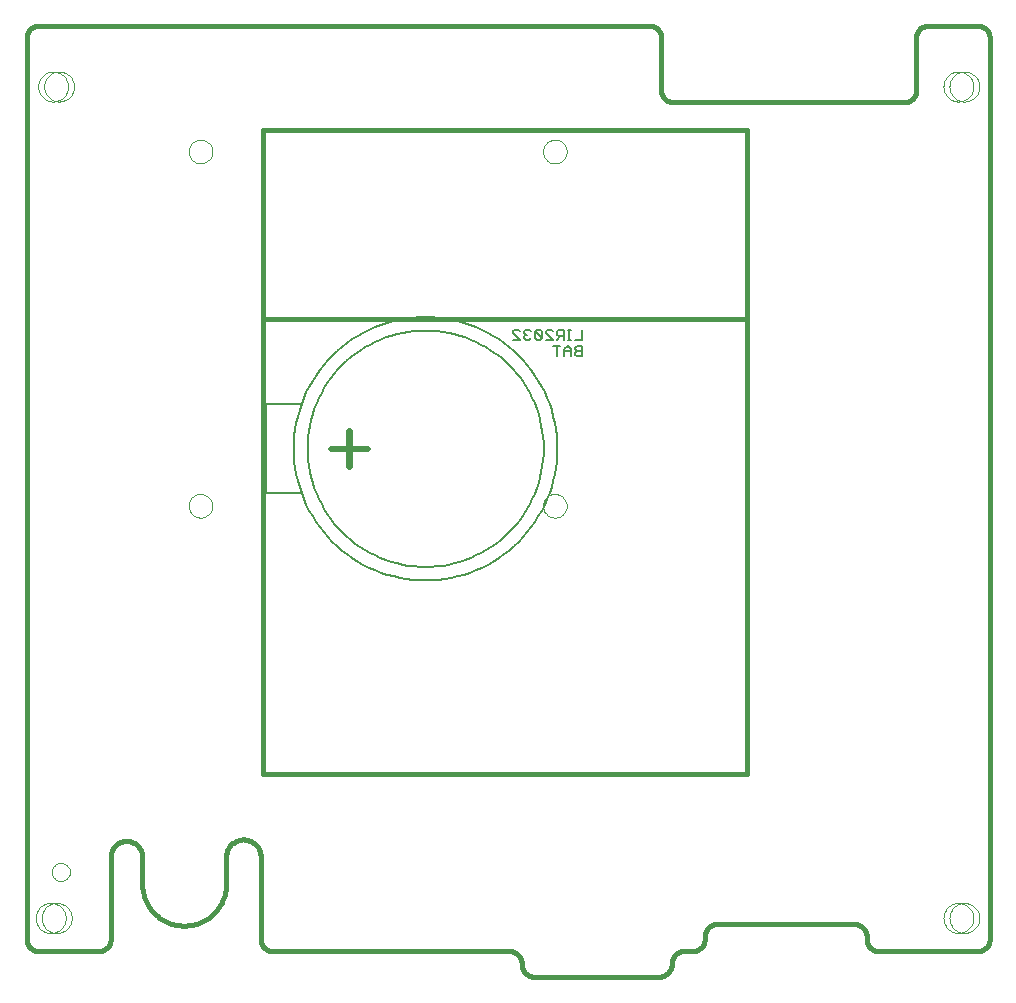
<source format=gbo>
G75*
G70*
%OFA0B0*%
%FSLAX24Y24*%
%IPPOS*%
%LPD*%
%AMOC8*
5,1,8,0,0,1.08239X$1,22.5*
%
%ADD10C,0.0000*%
%ADD11C,0.0160*%
%ADD12C,0.0050*%
%ADD13C,0.0200*%
%ADD14C,0.0060*%
D10*
X001696Y002796D02*
X001698Y002840D01*
X001704Y002884D01*
X001714Y002927D01*
X001727Y002969D01*
X001744Y003010D01*
X001765Y003049D01*
X001789Y003086D01*
X001816Y003121D01*
X001846Y003153D01*
X001879Y003183D01*
X001915Y003209D01*
X001952Y003233D01*
X001992Y003252D01*
X002033Y003269D01*
X002076Y003281D01*
X002119Y003290D01*
X002163Y003295D01*
X002207Y003296D01*
X002251Y003293D01*
X002295Y003286D01*
X002338Y003275D01*
X002380Y003261D01*
X002420Y003243D01*
X002459Y003221D01*
X002495Y003197D01*
X002529Y003169D01*
X002561Y003138D01*
X002590Y003104D01*
X002616Y003068D01*
X002638Y003030D01*
X002657Y002990D01*
X002672Y002948D01*
X002684Y002906D01*
X002692Y002862D01*
X002696Y002818D01*
X002696Y002774D01*
X002692Y002730D01*
X002684Y002686D01*
X002672Y002644D01*
X002657Y002602D01*
X002638Y002562D01*
X002616Y002524D01*
X002590Y002488D01*
X002561Y002454D01*
X002529Y002423D01*
X002495Y002395D01*
X002459Y002371D01*
X002420Y002349D01*
X002380Y002331D01*
X002338Y002317D01*
X002295Y002306D01*
X002251Y002299D01*
X002207Y002296D01*
X002163Y002297D01*
X002119Y002302D01*
X002076Y002311D01*
X002033Y002323D01*
X001992Y002340D01*
X001952Y002359D01*
X001915Y002383D01*
X001879Y002409D01*
X001846Y002439D01*
X001816Y002471D01*
X001789Y002506D01*
X001765Y002543D01*
X001744Y002582D01*
X001727Y002623D01*
X001714Y002665D01*
X001704Y002708D01*
X001698Y002752D01*
X001696Y002796D01*
X001896Y002796D02*
X001898Y002840D01*
X001904Y002884D01*
X001914Y002927D01*
X001927Y002969D01*
X001944Y003010D01*
X001965Y003049D01*
X001989Y003086D01*
X002016Y003121D01*
X002046Y003153D01*
X002079Y003183D01*
X002115Y003209D01*
X002152Y003233D01*
X002192Y003252D01*
X002233Y003269D01*
X002276Y003281D01*
X002319Y003290D01*
X002363Y003295D01*
X002407Y003296D01*
X002451Y003293D01*
X002495Y003286D01*
X002538Y003275D01*
X002580Y003261D01*
X002620Y003243D01*
X002659Y003221D01*
X002695Y003197D01*
X002729Y003169D01*
X002761Y003138D01*
X002790Y003104D01*
X002816Y003068D01*
X002838Y003030D01*
X002857Y002990D01*
X002872Y002948D01*
X002884Y002906D01*
X002892Y002862D01*
X002896Y002818D01*
X002896Y002774D01*
X002892Y002730D01*
X002884Y002686D01*
X002872Y002644D01*
X002857Y002602D01*
X002838Y002562D01*
X002816Y002524D01*
X002790Y002488D01*
X002761Y002454D01*
X002729Y002423D01*
X002695Y002395D01*
X002659Y002371D01*
X002620Y002349D01*
X002580Y002331D01*
X002538Y002317D01*
X002495Y002306D01*
X002451Y002299D01*
X002407Y002296D01*
X002363Y002297D01*
X002319Y002302D01*
X002276Y002311D01*
X002233Y002323D01*
X002192Y002340D01*
X002152Y002359D01*
X002115Y002383D01*
X002079Y002409D01*
X002046Y002439D01*
X002016Y002471D01*
X001989Y002506D01*
X001965Y002543D01*
X001944Y002582D01*
X001927Y002623D01*
X001914Y002665D01*
X001904Y002708D01*
X001898Y002752D01*
X001896Y002796D01*
X002232Y004331D02*
X002234Y004365D01*
X002240Y004399D01*
X002249Y004432D01*
X002263Y004463D01*
X002280Y004493D01*
X002300Y004521D01*
X002323Y004546D01*
X002349Y004569D01*
X002377Y004588D01*
X002407Y004604D01*
X002439Y004616D01*
X002472Y004625D01*
X002506Y004630D01*
X002541Y004631D01*
X002575Y004628D01*
X002608Y004621D01*
X002641Y004611D01*
X002672Y004596D01*
X002701Y004579D01*
X002728Y004558D01*
X002753Y004534D01*
X002775Y004507D01*
X002793Y004479D01*
X002808Y004448D01*
X002820Y004416D01*
X002828Y004382D01*
X002832Y004348D01*
X002832Y004314D01*
X002828Y004280D01*
X002820Y004246D01*
X002808Y004214D01*
X002793Y004183D01*
X002775Y004155D01*
X002753Y004128D01*
X002728Y004104D01*
X002701Y004083D01*
X002672Y004066D01*
X002641Y004051D01*
X002608Y004041D01*
X002575Y004034D01*
X002541Y004031D01*
X002506Y004032D01*
X002472Y004037D01*
X002439Y004046D01*
X002407Y004058D01*
X002377Y004074D01*
X002349Y004093D01*
X002323Y004116D01*
X002300Y004141D01*
X002280Y004169D01*
X002263Y004199D01*
X002249Y004230D01*
X002240Y004263D01*
X002234Y004297D01*
X002232Y004331D01*
X006792Y016535D02*
X006794Y016574D01*
X006800Y016613D01*
X006810Y016651D01*
X006823Y016688D01*
X006840Y016723D01*
X006860Y016757D01*
X006884Y016788D01*
X006911Y016817D01*
X006940Y016843D01*
X006972Y016866D01*
X007006Y016886D01*
X007042Y016902D01*
X007079Y016914D01*
X007118Y016923D01*
X007157Y016928D01*
X007196Y016929D01*
X007235Y016926D01*
X007274Y016919D01*
X007311Y016908D01*
X007348Y016894D01*
X007383Y016876D01*
X007416Y016855D01*
X007447Y016830D01*
X007475Y016803D01*
X007500Y016773D01*
X007522Y016740D01*
X007541Y016706D01*
X007556Y016670D01*
X007568Y016632D01*
X007576Y016594D01*
X007580Y016555D01*
X007580Y016515D01*
X007576Y016476D01*
X007568Y016438D01*
X007556Y016400D01*
X007541Y016364D01*
X007522Y016330D01*
X007500Y016297D01*
X007475Y016267D01*
X007447Y016240D01*
X007416Y016215D01*
X007383Y016194D01*
X007348Y016176D01*
X007311Y016162D01*
X007274Y016151D01*
X007235Y016144D01*
X007196Y016141D01*
X007157Y016142D01*
X007118Y016147D01*
X007079Y016156D01*
X007042Y016168D01*
X007006Y016184D01*
X006972Y016204D01*
X006940Y016227D01*
X006911Y016253D01*
X006884Y016282D01*
X006860Y016313D01*
X006840Y016347D01*
X006823Y016382D01*
X006810Y016419D01*
X006800Y016457D01*
X006794Y016496D01*
X006792Y016535D01*
X006792Y028346D02*
X006794Y028385D01*
X006800Y028424D01*
X006810Y028462D01*
X006823Y028499D01*
X006840Y028534D01*
X006860Y028568D01*
X006884Y028599D01*
X006911Y028628D01*
X006940Y028654D01*
X006972Y028677D01*
X007006Y028697D01*
X007042Y028713D01*
X007079Y028725D01*
X007118Y028734D01*
X007157Y028739D01*
X007196Y028740D01*
X007235Y028737D01*
X007274Y028730D01*
X007311Y028719D01*
X007348Y028705D01*
X007383Y028687D01*
X007416Y028666D01*
X007447Y028641D01*
X007475Y028614D01*
X007500Y028584D01*
X007522Y028551D01*
X007541Y028517D01*
X007556Y028481D01*
X007568Y028443D01*
X007576Y028405D01*
X007580Y028366D01*
X007580Y028326D01*
X007576Y028287D01*
X007568Y028249D01*
X007556Y028211D01*
X007541Y028175D01*
X007522Y028141D01*
X007500Y028108D01*
X007475Y028078D01*
X007447Y028051D01*
X007416Y028026D01*
X007383Y028005D01*
X007348Y027987D01*
X007311Y027973D01*
X007274Y027962D01*
X007235Y027955D01*
X007196Y027952D01*
X007157Y027953D01*
X007118Y027958D01*
X007079Y027967D01*
X007042Y027979D01*
X007006Y027995D01*
X006972Y028015D01*
X006940Y028038D01*
X006911Y028064D01*
X006884Y028093D01*
X006860Y028124D01*
X006840Y028158D01*
X006823Y028193D01*
X006810Y028230D01*
X006800Y028268D01*
X006794Y028307D01*
X006792Y028346D01*
X001974Y030512D02*
X001976Y030556D01*
X001982Y030600D01*
X001992Y030643D01*
X002005Y030685D01*
X002022Y030726D01*
X002043Y030765D01*
X002067Y030802D01*
X002094Y030837D01*
X002124Y030869D01*
X002157Y030899D01*
X002193Y030925D01*
X002230Y030949D01*
X002270Y030968D01*
X002311Y030985D01*
X002354Y030997D01*
X002397Y031006D01*
X002441Y031011D01*
X002485Y031012D01*
X002529Y031009D01*
X002573Y031002D01*
X002616Y030991D01*
X002658Y030977D01*
X002698Y030959D01*
X002737Y030937D01*
X002773Y030913D01*
X002807Y030885D01*
X002839Y030854D01*
X002868Y030820D01*
X002894Y030784D01*
X002916Y030746D01*
X002935Y030706D01*
X002950Y030664D01*
X002962Y030622D01*
X002970Y030578D01*
X002974Y030534D01*
X002974Y030490D01*
X002970Y030446D01*
X002962Y030402D01*
X002950Y030360D01*
X002935Y030318D01*
X002916Y030278D01*
X002894Y030240D01*
X002868Y030204D01*
X002839Y030170D01*
X002807Y030139D01*
X002773Y030111D01*
X002737Y030087D01*
X002698Y030065D01*
X002658Y030047D01*
X002616Y030033D01*
X002573Y030022D01*
X002529Y030015D01*
X002485Y030012D01*
X002441Y030013D01*
X002397Y030018D01*
X002354Y030027D01*
X002311Y030039D01*
X002270Y030056D01*
X002230Y030075D01*
X002193Y030099D01*
X002157Y030125D01*
X002124Y030155D01*
X002094Y030187D01*
X002067Y030222D01*
X002043Y030259D01*
X002022Y030298D01*
X002005Y030339D01*
X001992Y030381D01*
X001982Y030424D01*
X001976Y030468D01*
X001974Y030512D01*
X001774Y030512D02*
X001776Y030556D01*
X001782Y030600D01*
X001792Y030643D01*
X001805Y030685D01*
X001822Y030726D01*
X001843Y030765D01*
X001867Y030802D01*
X001894Y030837D01*
X001924Y030869D01*
X001957Y030899D01*
X001993Y030925D01*
X002030Y030949D01*
X002070Y030968D01*
X002111Y030985D01*
X002154Y030997D01*
X002197Y031006D01*
X002241Y031011D01*
X002285Y031012D01*
X002329Y031009D01*
X002373Y031002D01*
X002416Y030991D01*
X002458Y030977D01*
X002498Y030959D01*
X002537Y030937D01*
X002573Y030913D01*
X002607Y030885D01*
X002639Y030854D01*
X002668Y030820D01*
X002694Y030784D01*
X002716Y030746D01*
X002735Y030706D01*
X002750Y030664D01*
X002762Y030622D01*
X002770Y030578D01*
X002774Y030534D01*
X002774Y030490D01*
X002770Y030446D01*
X002762Y030402D01*
X002750Y030360D01*
X002735Y030318D01*
X002716Y030278D01*
X002694Y030240D01*
X002668Y030204D01*
X002639Y030170D01*
X002607Y030139D01*
X002573Y030111D01*
X002537Y030087D01*
X002498Y030065D01*
X002458Y030047D01*
X002416Y030033D01*
X002373Y030022D01*
X002329Y030015D01*
X002285Y030012D01*
X002241Y030013D01*
X002197Y030018D01*
X002154Y030027D01*
X002111Y030039D01*
X002070Y030056D01*
X002030Y030075D01*
X001993Y030099D01*
X001957Y030125D01*
X001924Y030155D01*
X001894Y030187D01*
X001867Y030222D01*
X001843Y030259D01*
X001822Y030298D01*
X001805Y030339D01*
X001792Y030381D01*
X001782Y030424D01*
X001776Y030468D01*
X001774Y030512D01*
X018603Y028346D02*
X018605Y028385D01*
X018611Y028424D01*
X018621Y028462D01*
X018634Y028499D01*
X018651Y028534D01*
X018671Y028568D01*
X018695Y028599D01*
X018722Y028628D01*
X018751Y028654D01*
X018783Y028677D01*
X018817Y028697D01*
X018853Y028713D01*
X018890Y028725D01*
X018929Y028734D01*
X018968Y028739D01*
X019007Y028740D01*
X019046Y028737D01*
X019085Y028730D01*
X019122Y028719D01*
X019159Y028705D01*
X019194Y028687D01*
X019227Y028666D01*
X019258Y028641D01*
X019286Y028614D01*
X019311Y028584D01*
X019333Y028551D01*
X019352Y028517D01*
X019367Y028481D01*
X019379Y028443D01*
X019387Y028405D01*
X019391Y028366D01*
X019391Y028326D01*
X019387Y028287D01*
X019379Y028249D01*
X019367Y028211D01*
X019352Y028175D01*
X019333Y028141D01*
X019311Y028108D01*
X019286Y028078D01*
X019258Y028051D01*
X019227Y028026D01*
X019194Y028005D01*
X019159Y027987D01*
X019122Y027973D01*
X019085Y027962D01*
X019046Y027955D01*
X019007Y027952D01*
X018968Y027953D01*
X018929Y027958D01*
X018890Y027967D01*
X018853Y027979D01*
X018817Y027995D01*
X018783Y028015D01*
X018751Y028038D01*
X018722Y028064D01*
X018695Y028093D01*
X018671Y028124D01*
X018651Y028158D01*
X018634Y028193D01*
X018621Y028230D01*
X018611Y028268D01*
X018605Y028307D01*
X018603Y028346D01*
X018603Y016535D02*
X018605Y016574D01*
X018611Y016613D01*
X018621Y016651D01*
X018634Y016688D01*
X018651Y016723D01*
X018671Y016757D01*
X018695Y016788D01*
X018722Y016817D01*
X018751Y016843D01*
X018783Y016866D01*
X018817Y016886D01*
X018853Y016902D01*
X018890Y016914D01*
X018929Y016923D01*
X018968Y016928D01*
X019007Y016929D01*
X019046Y016926D01*
X019085Y016919D01*
X019122Y016908D01*
X019159Y016894D01*
X019194Y016876D01*
X019227Y016855D01*
X019258Y016830D01*
X019286Y016803D01*
X019311Y016773D01*
X019333Y016740D01*
X019352Y016706D01*
X019367Y016670D01*
X019379Y016632D01*
X019387Y016594D01*
X019391Y016555D01*
X019391Y016515D01*
X019387Y016476D01*
X019379Y016438D01*
X019367Y016400D01*
X019352Y016364D01*
X019333Y016330D01*
X019311Y016297D01*
X019286Y016267D01*
X019258Y016240D01*
X019227Y016215D01*
X019194Y016194D01*
X019159Y016176D01*
X019122Y016162D01*
X019085Y016151D01*
X019046Y016144D01*
X019007Y016141D01*
X018968Y016142D01*
X018929Y016147D01*
X018890Y016156D01*
X018853Y016168D01*
X018817Y016184D01*
X018783Y016204D01*
X018751Y016227D01*
X018722Y016253D01*
X018695Y016282D01*
X018671Y016313D01*
X018651Y016347D01*
X018634Y016382D01*
X018621Y016419D01*
X018611Y016457D01*
X018605Y016496D01*
X018603Y016535D01*
X031953Y002796D02*
X031955Y002840D01*
X031961Y002884D01*
X031971Y002927D01*
X031984Y002969D01*
X032001Y003010D01*
X032022Y003049D01*
X032046Y003086D01*
X032073Y003121D01*
X032103Y003153D01*
X032136Y003183D01*
X032172Y003209D01*
X032209Y003233D01*
X032249Y003252D01*
X032290Y003269D01*
X032333Y003281D01*
X032376Y003290D01*
X032420Y003295D01*
X032464Y003296D01*
X032508Y003293D01*
X032552Y003286D01*
X032595Y003275D01*
X032637Y003261D01*
X032677Y003243D01*
X032716Y003221D01*
X032752Y003197D01*
X032786Y003169D01*
X032818Y003138D01*
X032847Y003104D01*
X032873Y003068D01*
X032895Y003030D01*
X032914Y002990D01*
X032929Y002948D01*
X032941Y002906D01*
X032949Y002862D01*
X032953Y002818D01*
X032953Y002774D01*
X032949Y002730D01*
X032941Y002686D01*
X032929Y002644D01*
X032914Y002602D01*
X032895Y002562D01*
X032873Y002524D01*
X032847Y002488D01*
X032818Y002454D01*
X032786Y002423D01*
X032752Y002395D01*
X032716Y002371D01*
X032677Y002349D01*
X032637Y002331D01*
X032595Y002317D01*
X032552Y002306D01*
X032508Y002299D01*
X032464Y002296D01*
X032420Y002297D01*
X032376Y002302D01*
X032333Y002311D01*
X032290Y002323D01*
X032249Y002340D01*
X032209Y002359D01*
X032172Y002383D01*
X032136Y002409D01*
X032103Y002439D01*
X032073Y002471D01*
X032046Y002506D01*
X032022Y002543D01*
X032001Y002582D01*
X031984Y002623D01*
X031971Y002665D01*
X031961Y002708D01*
X031955Y002752D01*
X031953Y002796D01*
X032153Y002796D02*
X032155Y002840D01*
X032161Y002884D01*
X032171Y002927D01*
X032184Y002969D01*
X032201Y003010D01*
X032222Y003049D01*
X032246Y003086D01*
X032273Y003121D01*
X032303Y003153D01*
X032336Y003183D01*
X032372Y003209D01*
X032409Y003233D01*
X032449Y003252D01*
X032490Y003269D01*
X032533Y003281D01*
X032576Y003290D01*
X032620Y003295D01*
X032664Y003296D01*
X032708Y003293D01*
X032752Y003286D01*
X032795Y003275D01*
X032837Y003261D01*
X032877Y003243D01*
X032916Y003221D01*
X032952Y003197D01*
X032986Y003169D01*
X033018Y003138D01*
X033047Y003104D01*
X033073Y003068D01*
X033095Y003030D01*
X033114Y002990D01*
X033129Y002948D01*
X033141Y002906D01*
X033149Y002862D01*
X033153Y002818D01*
X033153Y002774D01*
X033149Y002730D01*
X033141Y002686D01*
X033129Y002644D01*
X033114Y002602D01*
X033095Y002562D01*
X033073Y002524D01*
X033047Y002488D01*
X033018Y002454D01*
X032986Y002423D01*
X032952Y002395D01*
X032916Y002371D01*
X032877Y002349D01*
X032837Y002331D01*
X032795Y002317D01*
X032752Y002306D01*
X032708Y002299D01*
X032664Y002296D01*
X032620Y002297D01*
X032576Y002302D01*
X032533Y002311D01*
X032490Y002323D01*
X032449Y002340D01*
X032409Y002359D01*
X032372Y002383D01*
X032336Y002409D01*
X032303Y002439D01*
X032273Y002471D01*
X032246Y002506D01*
X032222Y002543D01*
X032201Y002582D01*
X032184Y002623D01*
X032171Y002665D01*
X032161Y002708D01*
X032155Y002752D01*
X032153Y002796D01*
X031953Y030512D02*
X031955Y030556D01*
X031961Y030600D01*
X031971Y030643D01*
X031984Y030685D01*
X032001Y030726D01*
X032022Y030765D01*
X032046Y030802D01*
X032073Y030837D01*
X032103Y030869D01*
X032136Y030899D01*
X032172Y030925D01*
X032209Y030949D01*
X032249Y030968D01*
X032290Y030985D01*
X032333Y030997D01*
X032376Y031006D01*
X032420Y031011D01*
X032464Y031012D01*
X032508Y031009D01*
X032552Y031002D01*
X032595Y030991D01*
X032637Y030977D01*
X032677Y030959D01*
X032716Y030937D01*
X032752Y030913D01*
X032786Y030885D01*
X032818Y030854D01*
X032847Y030820D01*
X032873Y030784D01*
X032895Y030746D01*
X032914Y030706D01*
X032929Y030664D01*
X032941Y030622D01*
X032949Y030578D01*
X032953Y030534D01*
X032953Y030490D01*
X032949Y030446D01*
X032941Y030402D01*
X032929Y030360D01*
X032914Y030318D01*
X032895Y030278D01*
X032873Y030240D01*
X032847Y030204D01*
X032818Y030170D01*
X032786Y030139D01*
X032752Y030111D01*
X032716Y030087D01*
X032677Y030065D01*
X032637Y030047D01*
X032595Y030033D01*
X032552Y030022D01*
X032508Y030015D01*
X032464Y030012D01*
X032420Y030013D01*
X032376Y030018D01*
X032333Y030027D01*
X032290Y030039D01*
X032249Y030056D01*
X032209Y030075D01*
X032172Y030099D01*
X032136Y030125D01*
X032103Y030155D01*
X032073Y030187D01*
X032046Y030222D01*
X032022Y030259D01*
X032001Y030298D01*
X031984Y030339D01*
X031971Y030381D01*
X031961Y030424D01*
X031955Y030468D01*
X031953Y030512D01*
X032153Y030512D02*
X032155Y030556D01*
X032161Y030600D01*
X032171Y030643D01*
X032184Y030685D01*
X032201Y030726D01*
X032222Y030765D01*
X032246Y030802D01*
X032273Y030837D01*
X032303Y030869D01*
X032336Y030899D01*
X032372Y030925D01*
X032409Y030949D01*
X032449Y030968D01*
X032490Y030985D01*
X032533Y030997D01*
X032576Y031006D01*
X032620Y031011D01*
X032664Y031012D01*
X032708Y031009D01*
X032752Y031002D01*
X032795Y030991D01*
X032837Y030977D01*
X032877Y030959D01*
X032916Y030937D01*
X032952Y030913D01*
X032986Y030885D01*
X033018Y030854D01*
X033047Y030820D01*
X033073Y030784D01*
X033095Y030746D01*
X033114Y030706D01*
X033129Y030664D01*
X033141Y030622D01*
X033149Y030578D01*
X033153Y030534D01*
X033153Y030490D01*
X033149Y030446D01*
X033141Y030402D01*
X033129Y030360D01*
X033114Y030318D01*
X033095Y030278D01*
X033073Y030240D01*
X033047Y030204D01*
X033018Y030170D01*
X032986Y030139D01*
X032952Y030111D01*
X032916Y030087D01*
X032877Y030065D01*
X032837Y030047D01*
X032795Y030033D01*
X032752Y030022D01*
X032708Y030015D01*
X032664Y030012D01*
X032620Y030013D01*
X032576Y030018D01*
X032533Y030027D01*
X032490Y030039D01*
X032449Y030056D01*
X032409Y030075D01*
X032372Y030099D01*
X032336Y030125D01*
X032303Y030155D01*
X032273Y030187D01*
X032246Y030222D01*
X032222Y030259D01*
X032201Y030298D01*
X032184Y030339D01*
X032171Y030381D01*
X032161Y030424D01*
X032155Y030468D01*
X032153Y030512D01*
D11*
X003790Y001690D02*
X001790Y001690D01*
X001751Y001692D01*
X001712Y001698D01*
X001674Y001707D01*
X001637Y001720D01*
X001601Y001737D01*
X001568Y001757D01*
X001536Y001781D01*
X001507Y001807D01*
X001481Y001836D01*
X001457Y001868D01*
X001437Y001901D01*
X001420Y001937D01*
X001407Y001974D01*
X001398Y002012D01*
X001392Y002051D01*
X001390Y002090D01*
X001390Y032140D01*
X001392Y032179D01*
X001398Y032218D01*
X001407Y032256D01*
X001420Y032293D01*
X001437Y032329D01*
X001457Y032362D01*
X001481Y032394D01*
X001507Y032423D01*
X001536Y032449D01*
X001568Y032473D01*
X001601Y032493D01*
X001637Y032510D01*
X001674Y032523D01*
X001712Y032532D01*
X001751Y032538D01*
X001790Y032540D01*
X022140Y032540D01*
X022179Y032538D01*
X022218Y032532D01*
X022256Y032523D01*
X022293Y032510D01*
X022329Y032493D01*
X022362Y032473D01*
X022394Y032449D01*
X022423Y032423D01*
X022449Y032394D01*
X022473Y032362D01*
X022493Y032329D01*
X022510Y032293D01*
X022523Y032256D01*
X022532Y032218D01*
X022538Y032179D01*
X022540Y032140D01*
X022540Y030390D01*
X022542Y030351D01*
X022548Y030312D01*
X022557Y030274D01*
X022570Y030237D01*
X022587Y030201D01*
X022607Y030168D01*
X022631Y030136D01*
X022657Y030107D01*
X022686Y030081D01*
X022718Y030057D01*
X022751Y030037D01*
X022787Y030020D01*
X022824Y030007D01*
X022862Y029998D01*
X022901Y029992D01*
X022940Y029990D01*
X030640Y029990D01*
X030679Y029992D01*
X030718Y029998D01*
X030756Y030007D01*
X030793Y030020D01*
X030829Y030037D01*
X030862Y030057D01*
X030894Y030081D01*
X030923Y030107D01*
X030949Y030136D01*
X030973Y030168D01*
X030993Y030201D01*
X031010Y030237D01*
X031023Y030274D01*
X031032Y030312D01*
X031038Y030351D01*
X031040Y030390D01*
X031040Y032140D01*
X031042Y032179D01*
X031048Y032218D01*
X031057Y032256D01*
X031070Y032293D01*
X031087Y032329D01*
X031107Y032362D01*
X031131Y032394D01*
X031157Y032423D01*
X031186Y032449D01*
X031218Y032473D01*
X031251Y032493D01*
X031287Y032510D01*
X031324Y032523D01*
X031362Y032532D01*
X031401Y032538D01*
X031440Y032540D01*
X033090Y032540D01*
X033129Y032538D01*
X033168Y032532D01*
X033206Y032523D01*
X033243Y032510D01*
X033279Y032493D01*
X033312Y032473D01*
X033344Y032449D01*
X033373Y032423D01*
X033399Y032394D01*
X033423Y032362D01*
X033443Y032329D01*
X033460Y032293D01*
X033473Y032256D01*
X033482Y032218D01*
X033488Y032179D01*
X033490Y032140D01*
X033490Y002090D01*
X033488Y002051D01*
X033482Y002012D01*
X033473Y001974D01*
X033460Y001937D01*
X033443Y001901D01*
X033423Y001868D01*
X033399Y001836D01*
X033373Y001807D01*
X033344Y001781D01*
X033312Y001757D01*
X033279Y001737D01*
X033243Y001720D01*
X033206Y001707D01*
X033168Y001698D01*
X033129Y001692D01*
X033090Y001690D01*
X029790Y001690D01*
X029751Y001692D01*
X029712Y001698D01*
X029674Y001707D01*
X029637Y001720D01*
X029601Y001737D01*
X029568Y001757D01*
X029536Y001781D01*
X029507Y001807D01*
X029481Y001836D01*
X029457Y001868D01*
X029437Y001901D01*
X029420Y001937D01*
X029407Y001974D01*
X029398Y002012D01*
X029392Y002051D01*
X029390Y002090D01*
X029390Y002190D01*
X029388Y002229D01*
X029382Y002268D01*
X029373Y002306D01*
X029360Y002343D01*
X029343Y002379D01*
X029323Y002412D01*
X029299Y002444D01*
X029273Y002473D01*
X029244Y002499D01*
X029212Y002523D01*
X029179Y002543D01*
X029143Y002560D01*
X029106Y002573D01*
X029068Y002582D01*
X029029Y002588D01*
X028990Y002590D01*
X024390Y002590D01*
X024351Y002588D01*
X024312Y002582D01*
X024274Y002573D01*
X024237Y002560D01*
X024201Y002543D01*
X024168Y002523D01*
X024136Y002499D01*
X024107Y002473D01*
X024081Y002444D01*
X024057Y002412D01*
X024037Y002379D01*
X024020Y002343D01*
X024007Y002306D01*
X023998Y002268D01*
X023992Y002229D01*
X023990Y002190D01*
X023990Y002090D01*
X023988Y002051D01*
X023982Y002012D01*
X023973Y001974D01*
X023960Y001937D01*
X023943Y001901D01*
X023923Y001868D01*
X023899Y001836D01*
X023873Y001807D01*
X023844Y001781D01*
X023812Y001757D01*
X023779Y001737D01*
X023743Y001720D01*
X023706Y001707D01*
X023668Y001698D01*
X023629Y001692D01*
X023590Y001690D01*
X023290Y001690D01*
X023251Y001688D01*
X023212Y001682D01*
X023174Y001673D01*
X023137Y001660D01*
X023101Y001643D01*
X023068Y001623D01*
X023036Y001599D01*
X023007Y001573D01*
X022981Y001544D01*
X022957Y001512D01*
X022937Y001479D01*
X022920Y001443D01*
X022907Y001406D01*
X022898Y001368D01*
X022892Y001329D01*
X022890Y001290D01*
X022891Y001251D01*
X022888Y001211D01*
X022881Y001173D01*
X022871Y001135D01*
X022857Y001098D01*
X022840Y001062D01*
X022819Y001029D01*
X022796Y000997D01*
X022770Y000968D01*
X022741Y000941D01*
X022710Y000917D01*
X022677Y000895D01*
X022642Y000877D01*
X022605Y000863D01*
X022568Y000852D01*
X022529Y000844D01*
X022490Y000840D01*
X018290Y000840D01*
X018251Y000844D01*
X018212Y000852D01*
X018175Y000863D01*
X018138Y000877D01*
X018103Y000895D01*
X018070Y000917D01*
X018039Y000941D01*
X018010Y000968D01*
X017984Y000997D01*
X017961Y001029D01*
X017940Y001062D01*
X017923Y001098D01*
X017909Y001135D01*
X017899Y001173D01*
X017892Y001211D01*
X017889Y001251D01*
X017890Y001290D01*
X017888Y001329D01*
X017882Y001368D01*
X017873Y001406D01*
X017860Y001443D01*
X017843Y001479D01*
X017823Y001512D01*
X017799Y001544D01*
X017773Y001573D01*
X017744Y001599D01*
X017712Y001623D01*
X017679Y001643D01*
X017643Y001660D01*
X017606Y001673D01*
X017568Y001682D01*
X017529Y001688D01*
X017490Y001690D01*
X009590Y001690D01*
X009551Y001692D01*
X009512Y001698D01*
X009474Y001707D01*
X009437Y001720D01*
X009401Y001737D01*
X009368Y001757D01*
X009336Y001781D01*
X009307Y001807D01*
X009281Y001836D01*
X009257Y001868D01*
X009237Y001901D01*
X009220Y001937D01*
X009207Y001974D01*
X009198Y002012D01*
X009192Y002051D01*
X009190Y002090D01*
X009190Y004840D01*
X009188Y004886D01*
X009183Y004932D01*
X009173Y004978D01*
X009160Y005022D01*
X009144Y005065D01*
X009124Y005107D01*
X009101Y005147D01*
X009075Y005185D01*
X009045Y005221D01*
X009013Y005255D01*
X008979Y005285D01*
X008942Y005313D01*
X008903Y005338D01*
X008861Y005359D01*
X008819Y005378D01*
X008775Y005392D01*
X008730Y005403D01*
X008684Y005411D01*
X008638Y005415D01*
X008592Y005415D01*
X008546Y005411D01*
X008500Y005403D01*
X008455Y005392D01*
X008411Y005378D01*
X008369Y005359D01*
X008327Y005338D01*
X008288Y005313D01*
X008251Y005285D01*
X008217Y005255D01*
X008185Y005221D01*
X008155Y005185D01*
X008129Y005147D01*
X008106Y005107D01*
X008086Y005065D01*
X008070Y005022D01*
X008057Y004978D01*
X008047Y004932D01*
X008042Y004886D01*
X008040Y004840D01*
X008040Y003940D01*
X008038Y003867D01*
X008032Y003794D01*
X008023Y003721D01*
X008009Y003649D01*
X007992Y003578D01*
X007971Y003507D01*
X007947Y003438D01*
X007919Y003371D01*
X007887Y003304D01*
X007852Y003240D01*
X007814Y003178D01*
X007773Y003117D01*
X007728Y003059D01*
X007680Y003003D01*
X007630Y002950D01*
X007577Y002900D01*
X007521Y002852D01*
X007463Y002807D01*
X007402Y002766D01*
X007340Y002728D01*
X007276Y002693D01*
X007209Y002661D01*
X007142Y002633D01*
X007073Y002609D01*
X007002Y002588D01*
X006931Y002571D01*
X006859Y002557D01*
X006786Y002548D01*
X006713Y002542D01*
X006640Y002540D01*
X006567Y002542D01*
X006494Y002548D01*
X006421Y002557D01*
X006349Y002571D01*
X006278Y002588D01*
X006207Y002609D01*
X006138Y002633D01*
X006071Y002661D01*
X006004Y002693D01*
X005940Y002728D01*
X005878Y002766D01*
X005817Y002807D01*
X005759Y002852D01*
X005703Y002900D01*
X005650Y002950D01*
X005600Y003003D01*
X005552Y003059D01*
X005507Y003117D01*
X005466Y003178D01*
X005428Y003240D01*
X005393Y003304D01*
X005361Y003371D01*
X005333Y003438D01*
X005309Y003507D01*
X005288Y003578D01*
X005271Y003649D01*
X005257Y003721D01*
X005248Y003794D01*
X005242Y003867D01*
X005240Y003940D01*
X005240Y004840D01*
X005238Y004885D01*
X005232Y004929D01*
X005223Y004972D01*
X005210Y005015D01*
X005193Y005056D01*
X005173Y005096D01*
X005150Y005134D01*
X005123Y005170D01*
X005094Y005203D01*
X005062Y005234D01*
X005027Y005262D01*
X004990Y005287D01*
X004951Y005309D01*
X004911Y005327D01*
X004869Y005342D01*
X004826Y005353D01*
X004782Y005361D01*
X004737Y005365D01*
X004693Y005365D01*
X004648Y005361D01*
X004604Y005353D01*
X004561Y005342D01*
X004519Y005327D01*
X004479Y005309D01*
X004440Y005287D01*
X004403Y005262D01*
X004368Y005234D01*
X004336Y005203D01*
X004307Y005170D01*
X004280Y005134D01*
X004257Y005096D01*
X004237Y005056D01*
X004220Y005015D01*
X004207Y004972D01*
X004198Y004929D01*
X004192Y004885D01*
X004190Y004840D01*
X004190Y002090D01*
X004188Y002051D01*
X004182Y002012D01*
X004173Y001974D01*
X004160Y001937D01*
X004143Y001901D01*
X004123Y001868D01*
X004099Y001836D01*
X004073Y001807D01*
X004044Y001781D01*
X004012Y001757D01*
X003979Y001737D01*
X003943Y001720D01*
X003906Y001707D01*
X003868Y001698D01*
X003829Y001692D01*
X003790Y001690D01*
X009264Y007599D02*
X009264Y022756D01*
X025406Y022756D01*
X025406Y029055D01*
X009264Y029055D01*
X009264Y022756D01*
X009264Y007599D02*
X025406Y007599D01*
X025406Y022756D01*
D12*
X010755Y018440D02*
X010760Y018633D01*
X010774Y018826D01*
X010798Y019018D01*
X010831Y019208D01*
X010873Y019397D01*
X010925Y019583D01*
X010985Y019766D01*
X011055Y019947D01*
X011133Y020123D01*
X011220Y020296D01*
X011315Y020464D01*
X011419Y020627D01*
X011530Y020785D01*
X011649Y020938D01*
X011775Y021084D01*
X011908Y021224D01*
X012048Y021357D01*
X012194Y021483D01*
X012347Y021602D01*
X012505Y021713D01*
X012668Y021817D01*
X012836Y021912D01*
X013009Y021999D01*
X013185Y022077D01*
X013366Y022147D01*
X013549Y022207D01*
X013735Y022259D01*
X013924Y022301D01*
X014114Y022334D01*
X014306Y022358D01*
X014499Y022372D01*
X014692Y022377D01*
X014885Y022372D01*
X015078Y022358D01*
X015270Y022334D01*
X015460Y022301D01*
X015649Y022259D01*
X015835Y022207D01*
X016018Y022147D01*
X016199Y022077D01*
X016375Y021999D01*
X016548Y021912D01*
X016716Y021817D01*
X016879Y021713D01*
X017037Y021602D01*
X017190Y021483D01*
X017336Y021357D01*
X017476Y021224D01*
X017609Y021084D01*
X017735Y020938D01*
X017854Y020785D01*
X017965Y020627D01*
X018069Y020464D01*
X018164Y020296D01*
X018251Y020123D01*
X018329Y019947D01*
X018399Y019766D01*
X018459Y019583D01*
X018511Y019397D01*
X018553Y019208D01*
X018586Y019018D01*
X018610Y018826D01*
X018624Y018633D01*
X018629Y018440D01*
X018624Y018247D01*
X018610Y018054D01*
X018586Y017862D01*
X018553Y017672D01*
X018511Y017483D01*
X018459Y017297D01*
X018399Y017114D01*
X018329Y016933D01*
X018251Y016757D01*
X018164Y016584D01*
X018069Y016416D01*
X017965Y016253D01*
X017854Y016095D01*
X017735Y015942D01*
X017609Y015796D01*
X017476Y015656D01*
X017336Y015523D01*
X017190Y015397D01*
X017037Y015278D01*
X016879Y015167D01*
X016716Y015063D01*
X016548Y014968D01*
X016375Y014881D01*
X016199Y014803D01*
X016018Y014733D01*
X015835Y014673D01*
X015649Y014621D01*
X015460Y014579D01*
X015270Y014546D01*
X015078Y014522D01*
X014885Y014508D01*
X014692Y014503D01*
X014499Y014508D01*
X014306Y014522D01*
X014114Y014546D01*
X013924Y014579D01*
X013735Y014621D01*
X013549Y014673D01*
X013366Y014733D01*
X013185Y014803D01*
X013009Y014881D01*
X012836Y014968D01*
X012668Y015063D01*
X012505Y015167D01*
X012347Y015278D01*
X012194Y015397D01*
X012048Y015523D01*
X011908Y015656D01*
X011775Y015796D01*
X011649Y015942D01*
X011530Y016095D01*
X011419Y016253D01*
X011315Y016416D01*
X011220Y016584D01*
X011133Y016757D01*
X011055Y016933D01*
X010985Y017114D01*
X010925Y017297D01*
X010873Y017483D01*
X010831Y017672D01*
X010798Y017862D01*
X010774Y018054D01*
X010760Y018247D01*
X010755Y018440D01*
X010556Y016964D02*
X009375Y016964D01*
X009375Y019916D01*
X010556Y019916D01*
X010298Y018440D02*
X010303Y018655D01*
X010319Y018870D01*
X010346Y019084D01*
X010382Y019296D01*
X010430Y019507D01*
X010487Y019714D01*
X010555Y019919D01*
X010632Y020120D01*
X010719Y020317D01*
X010816Y020509D01*
X010923Y020697D01*
X011038Y020879D01*
X011162Y021055D01*
X011294Y021225D01*
X011435Y021388D01*
X011584Y021544D01*
X011740Y021693D01*
X011903Y021834D01*
X012073Y021966D01*
X012249Y022090D01*
X012431Y022205D01*
X012619Y022312D01*
X012811Y022409D01*
X013008Y022496D01*
X013209Y022573D01*
X013414Y022641D01*
X013621Y022698D01*
X013832Y022746D01*
X014044Y022782D01*
X014258Y022809D01*
X014473Y022825D01*
X014688Y022830D01*
X014903Y022825D01*
X015118Y022809D01*
X015332Y022782D01*
X015544Y022746D01*
X015755Y022698D01*
X015962Y022641D01*
X016167Y022573D01*
X016368Y022496D01*
X016565Y022409D01*
X016757Y022312D01*
X016945Y022205D01*
X017127Y022090D01*
X017303Y021966D01*
X017473Y021834D01*
X017636Y021693D01*
X017792Y021544D01*
X017941Y021388D01*
X018082Y021225D01*
X018214Y021055D01*
X018338Y020879D01*
X018453Y020697D01*
X018560Y020509D01*
X018657Y020317D01*
X018744Y020120D01*
X018821Y019919D01*
X018889Y019714D01*
X018946Y019507D01*
X018994Y019296D01*
X019030Y019084D01*
X019057Y018870D01*
X019073Y018655D01*
X019078Y018440D01*
X019073Y018225D01*
X019057Y018010D01*
X019030Y017796D01*
X018994Y017584D01*
X018946Y017373D01*
X018889Y017166D01*
X018821Y016961D01*
X018744Y016760D01*
X018657Y016563D01*
X018560Y016371D01*
X018453Y016183D01*
X018338Y016001D01*
X018214Y015825D01*
X018082Y015655D01*
X017941Y015492D01*
X017792Y015336D01*
X017636Y015187D01*
X017473Y015046D01*
X017303Y014914D01*
X017127Y014790D01*
X016945Y014675D01*
X016757Y014568D01*
X016565Y014471D01*
X016368Y014384D01*
X016167Y014307D01*
X015962Y014239D01*
X015755Y014182D01*
X015544Y014134D01*
X015332Y014098D01*
X015118Y014071D01*
X014903Y014055D01*
X014688Y014050D01*
X014473Y014055D01*
X014258Y014071D01*
X014044Y014098D01*
X013832Y014134D01*
X013621Y014182D01*
X013414Y014239D01*
X013209Y014307D01*
X013008Y014384D01*
X012811Y014471D01*
X012619Y014568D01*
X012431Y014675D01*
X012249Y014790D01*
X012073Y014914D01*
X011903Y015046D01*
X011740Y015187D01*
X011584Y015336D01*
X011435Y015492D01*
X011294Y015655D01*
X011162Y015825D01*
X011038Y016001D01*
X010923Y016183D01*
X010816Y016371D01*
X010719Y016563D01*
X010632Y016760D01*
X010555Y016961D01*
X010487Y017166D01*
X010430Y017373D01*
X010382Y017584D01*
X010346Y017796D01*
X010319Y018010D01*
X010303Y018225D01*
X010298Y018440D01*
D13*
X011533Y018441D02*
X012734Y018441D01*
X012776Y018441D02*
X011575Y018441D01*
X012133Y019041D02*
X012133Y017840D01*
X012176Y017840D02*
X012176Y019041D01*
D14*
X017596Y022070D02*
X017823Y022070D01*
X017596Y022297D01*
X017596Y022354D01*
X017653Y022410D01*
X017766Y022410D01*
X017823Y022354D01*
X017964Y022354D02*
X017964Y022297D01*
X018021Y022240D01*
X017964Y022183D01*
X017964Y022127D01*
X018021Y022070D01*
X018134Y022070D01*
X018191Y022127D01*
X018333Y022127D02*
X018389Y022070D01*
X018503Y022070D01*
X018560Y022127D01*
X018333Y022354D01*
X018333Y022127D01*
X018560Y022127D02*
X018560Y022354D01*
X018503Y022410D01*
X018389Y022410D01*
X018333Y022354D01*
X018191Y022354D02*
X018134Y022410D01*
X018021Y022410D01*
X017964Y022354D01*
X018021Y022240D02*
X018078Y022240D01*
X018701Y022297D02*
X018701Y022354D01*
X018758Y022410D01*
X018871Y022410D01*
X018928Y022354D01*
X019069Y022354D02*
X019069Y022240D01*
X019126Y022183D01*
X019296Y022183D01*
X019296Y022070D02*
X019296Y022410D01*
X019126Y022410D01*
X019069Y022354D01*
X019183Y022183D02*
X019069Y022070D01*
X018928Y022070D02*
X018701Y022297D01*
X018701Y022070D02*
X018928Y022070D01*
X018947Y021860D02*
X019173Y021860D01*
X019060Y021860D02*
X019060Y021520D01*
X019315Y021520D02*
X019315Y021747D01*
X019428Y021860D01*
X019542Y021747D01*
X019542Y021520D01*
X019683Y021577D02*
X019740Y021520D01*
X019910Y021520D01*
X019910Y021860D01*
X019740Y021860D01*
X019683Y021804D01*
X019683Y021747D01*
X019740Y021690D01*
X019910Y021690D01*
X019740Y021690D02*
X019683Y021633D01*
X019683Y021577D01*
X019542Y021690D02*
X019315Y021690D01*
X019428Y022070D02*
X019542Y022070D01*
X019485Y022070D02*
X019485Y022410D01*
X019542Y022410D02*
X019428Y022410D01*
X019683Y022070D02*
X019910Y022070D01*
X019910Y022410D01*
M02*

</source>
